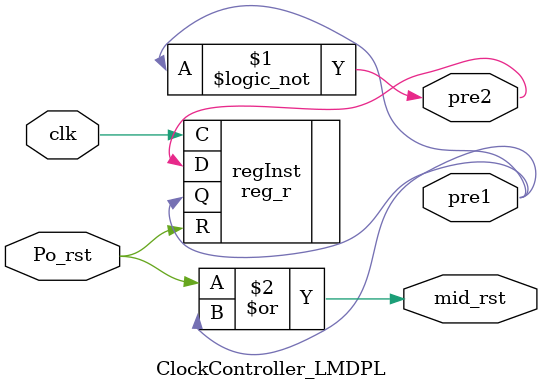
<source format=v>

module nonlinearLayer_LMDPL(
   input  a,
   input  b,
   input  r,
   output [7:0] t);
	
   assign t[0] = ( a &  b) ^ r;
   assign t[1] = ( a & !b) ^ r;
   assign t[2] = (!a &  b) ^ r;
   assign t[3] = (!a & !b) ^ r;
	
   assign t[7:4] = ~t[3:0];
	
endmodule	

//-----------------------------------------------------------------------	

module OperationLayer_LMDPL(
   input  [7:0] t,
   input  [2:1] a,
   input  [2:1] b,
   output [2:1] c);
	
   wire   [7:0] q;
	
   and_3 andInst0 (.I({a[2], b[2], t[0]}), .O(q[0]));
   and_3 andInst1 (.I({a[2], b[1], t[1]}), .O(q[1]));
   and_3 andInst2 (.I({a[1], b[2], t[2]}), .O(q[2]));
   and_3 andInst3 (.I({a[1], b[1], t[3]}), .O(q[3]));
   or_4  orInst1  (.I(q[3:0]), .O(c[1]));
	
   and_3 andInst4 (.I({a[2], b[2], t[4]}), .O(q[4]));
   and_3 andInst5 (.I({a[2], b[1], t[5]}), .O(q[5]));
   and_3 andInst6 (.I({a[1], b[2], t[6]}), .O(q[6]));
   and_3 andInst7 (.I({a[1], b[1], t[7]}), .O(q[7]));
   or_4  orInst2  (.I(q[7:4]), .O(c[2]));
	
endmodule	

//-----------------------------------------------------------------------	

module nonlinear_LMDPL #(
   parameter [1:0] CONF = 2'b00 
                       // 2'b00: and
                       // 2'b01: nand
                       // 2'b10: nor
                       // 2'b11: or
   )(
   input  [2:0] a,
   input  [2:0] b,
   input  mid_rst,
   input  clk,
   input  r,
   output [2:0] c);
	
   wire   [7:0] t;
   wire   [7:0] t_reg;
   wire   [2:0] in_a;
   wire   [2:0] in_b;
   wire   [2:0] out_c;
	
   generate
      if (CONF[0] == 1'b0) begin: Gen_out
         assign c = out_c;
      end else begin: Gen_out_inv
         assign c = {out_c[1], out_c[2], out_c[0]};
      end

      if (CONF[1] == 1'b0) begin: Gen_in
         assign in_a = a;
         assign in_b = b;
      end else begin: Gen_in_inv
         assign in_a = {a[1], a[2], a[0]};
         assign in_b = {b[1], b[2], b[0]};
      end
   endgenerate
	
   nonlinearLayer_LMDPL nonlinearInst (.a(in_a[0]), .b(in_b[0]), .r(r), .t(t));
   assign out_c[0] = r;

   //-----------------------------------------------------------------
	
   genvar i;
   generate
      for (i=0; i < 8; i=i+1) begin: gen_reg
         reg_r regIns (.D(t[i]), .C(clk), .R(mid_rst), .Q(t_reg[i]));
      end
   endgenerate
	
   //-----------------------------------------------------------------
	
   OperationLayer_LMDPL OperationInst (.t(t_reg), .a(in_a[2:1]), .b(in_b[2:1]), .c(out_c[2:1]));

endmodule

//-----------------------------------------------------------------------	

module not_LMDPL(
   input  [2:0] x,
   output [2:0] y);

   assign y = {x[1], x[2], x[0]};

endmodule

//-----------------------------------------------------------------------	

module linear_LMDPL #(
   parameter CONF = 1'b0  
                 // 1'b0: xor
                 // 1'b1: xnor
   )(
   input  [2:0] a,
   input  [2:0] b,
   output [2:0] c);

   wire   [3:0] w;
   wire   [2:0] out_c;

   generate
      if (CONF == 1'b0) begin: Gen_out
         assign c = out_c;
      end else begin: Gen_out_inv
         assign c = {out_c[1], out_c[2], out_c[0]};
      end
   endgenerate

   //-----------------------------------------------------

   xor_2 xorInst  (.I({a[0], b[0]}), .O(out_c[0]));
	
   //-----------------------------------------------------
	
   and_2 andInst0 (.I({a[2], b[1]}), .O(w[0]));
   and_2 andInst1 (.I({a[1], b[2]}), .O(w[1]));
   and_2 andInst2 (.I({a[2], b[2]}), .O(w[2]));
   and_2 andInst3 (.I({a[1], b[1]}), .O(w[3]));
	
   or_2  orInst1  (.I(w[1:0]), .O(out_c[1]));
   or_2  orInst2  (.I(w[3:2]), .O(out_c[2]));
	
endmodule

//-----------------------------------------------------------------------	

// if s = 1: c <= a, else b
module mux2_LMDPL(
   input  [2:0] s,
   input  [2:0] a,
   input  [2:0] b,
   input  mid_rst,
   input  clk,
   input  r,
   output [2:0] c);

   wire   [2:0] a_xor_b;
   wire   [2:0] w;

   linear_LMDPL    #(.CONF(1'b0))  xorInst1 (.a(a), .b(b), .c(a_xor_b));
   nonlinear_LMDPL #(.CONF(2'b00)) andInst  (.a(s), .b(a_xor_b), .mid_rst(mid_rst), .clk(clk), .r(r), .c(w));
   linear_LMDPL    #(.CONF(1'b0))  xorInst2 (.a(w), .b(b), .c(c));

endmodule

//-----------------------------------------------------------------------	

// if s = 1: c <= a, else b
module mux2_masked_LMDPL(
   input  [2:0] s, // s is not masked
   input  [2:0] a,
   input  [2:0] b,
   output [2:0] c);

   wire   [3:0] w;

   //-----------------------------------------------------

   mux2_sr MuxInst  (.S(s[0]), .A(a[0]), .B(b[0]), .O(c[0]));
	
   //-----------------------------------------------------

   and_2 andInst0 (.I({s[1], a[1]}), .O(w[0]));
   and_2 andInst1 (.I({s[2], b[1]}), .O(w[1]));
   or_2  orInst1  (.I(w[1:0]), .O(c[1]));
 
   and_2 andInst2 (.I({s[1], a[2]}), .O(w[2]));
   and_2 andInst3 (.I({s[2], b[2]}), .O(w[3]));
   or_2  orInst2  (.I(w[3:2]), .O(c[2]));

endmodule

//-----------------------------------------------------------------------	

module reg_LMDPL(
   input  [2:0] D,
   input  Po_rst,
   input  en,
   input  clk,
   output [2:0] Q);
	
   wire   [2:1] W;
	
   reg_r_en regIns0   (.D(D[0]), .C(clk), .R(Po_rst), .EN(en), .Q(Q[0]));
		
   reg_r    regIns1_0 (.D(D[1]), .C(clk), .R(Po_rst), .Q(W[1]));
   reg_r    regIns1_1 (.D(W[1]), .C(clk), .R(Po_rst), .Q(Q[1]));

   reg_s    regIns2_0 (.D(D[2]), .C(clk), .S(Po_rst), .Q(W[2]));
   reg_r    regIns2_1 (.D(W[2]), .C(clk), .R(Po_rst), .Q(Q[2]));

endmodule

//-----------------------------------------------------------------------	

module reg_sr_LMDPL(
   input  D,
   input  Po_rst,
   input  en,
   input  clk,
   output Q,
   output QN);

   reg_r_en regIns0   (.D(D), .C(clk), .R(Po_rst), .EN(en), .Q(Q));
   assign QN = !Q;

endmodule

//-----------------------------------------------------------------------	

module Precharger_reg(
   input  D,
   input  mid_rst,
   input  clk,
   output [2:1] Q);
	
   wire   W, Wn;
   
   assign W  =  D;
   assign Wn = !D;
   
   reg_r regIns1 (.D(W),  .C(clk), .R(mid_rst), .Q(Q[1]));
   reg_r regIns2 (.D(Wn), .C(clk), .R(mid_rst), .Q(Q[2]));

endmodule

//-----------------------------------------------------------------------	

module Precharger(
   input  D,
   input  pre,
   output [2:1] Q);
	
   wire   W, Wn;
   
   assign W  =  D;
   assign Wn = !D;
   
   nor_2 norInst1 (.I({W,  pre}), .O(Q[2]));
   nor_2 norInst2 (.I({Wn, pre}), .O(Q[1]));

endmodule

//-----------------------------------------------------------------------	

module ClockController_LMDPL(
   input  clk,
   input  Po_rst,
   output pre1,
   output pre2,
   output mid_rst);
	
   reg_r  regInst (.D(pre2), .C(clk), .R(Po_rst), .Q(pre1));
   
   assign pre2 = !pre1;
   assign mid_rst = Po_rst | pre1;
	
endmodule

</source>
